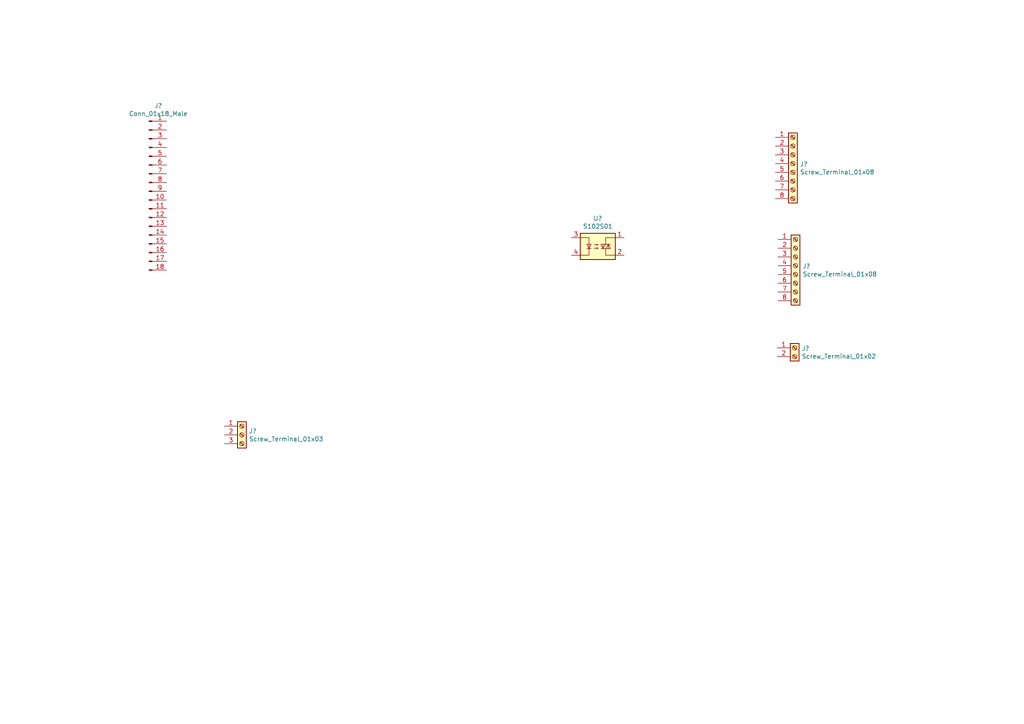
<source format=kicad_sch>
(kicad_sch (version 20210126) (generator eeschema)
  (paper "A4")
  (lib_symbols
    (symbol "Connector:Conn_01x18_Male" (pin_names (offset 1.016) hide)
      (property "Reference" "J" (at 0 22.86 0))
      (property "Value" "Conn_01x18_Male" (at 0 -25.4 0))
      (symbol "Conn_01x18_Male_1_1"
        (rectangle (start 0.8636 -22.733) (end 0 -22.987) (stroke (width 0.1524)) (fill (type outline)))
        (rectangle (start 0.8636 -20.193) (end 0 -20.447) (stroke (width 0.1524)) (fill (type outline)))
        (rectangle (start 0.8636 -17.653) (end 0 -17.907) (stroke (width 0.1524)) (fill (type outline)))
        (rectangle (start 0.8636 -15.113) (end 0 -15.367) (stroke (width 0.1524)) (fill (type outline)))
        (rectangle (start 0.8636 -12.573) (end 0 -12.827) (stroke (width 0.1524)) (fill (type outline)))
        (rectangle (start 0.8636 -10.033) (end 0 -10.287) (stroke (width 0.1524)) (fill (type outline)))
        (rectangle (start 0.8636 -7.493) (end 0 -7.747) (stroke (width 0.1524)) (fill (type outline)))
        (rectangle (start 0.8636 -4.953) (end 0 -5.207) (stroke (width 0.1524)) (fill (type outline)))
        (rectangle (start 0.8636 -2.413) (end 0 -2.667) (stroke (width 0.1524)) (fill (type outline)))
        (rectangle (start 0.8636 0.127) (end 0 -0.127) (stroke (width 0.1524)) (fill (type outline)))
        (rectangle (start 0.8636 2.667) (end 0 2.413) (stroke (width 0.1524)) (fill (type outline)))
        (rectangle (start 0.8636 5.207) (end 0 4.953) (stroke (width 0.1524)) (fill (type outline)))
        (rectangle (start 0.8636 7.747) (end 0 7.493) (stroke (width 0.1524)) (fill (type outline)))
        (rectangle (start 0.8636 10.287) (end 0 10.033) (stroke (width 0.1524)) (fill (type outline)))
        (rectangle (start 0.8636 12.827) (end 0 12.573) (stroke (width 0.1524)) (fill (type outline)))
        (rectangle (start 0.8636 15.367) (end 0 15.113) (stroke (width 0.1524)) (fill (type outline)))
        (rectangle (start 0.8636 17.907) (end 0 17.653) (stroke (width 0.1524)) (fill (type outline)))
        (rectangle (start 0.8636 20.447) (end 0 20.193) (stroke (width 0.1524)) (fill (type outline)))
        (polyline (pts (xy 1.27 -22.86) (xy 0.8636 -22.86)) (stroke (width 0.1524)))
        (polyline (pts (xy 1.27 -20.32) (xy 0.8636 -20.32)) (stroke (width 0.1524)))
        (polyline (pts (xy 1.27 -17.78) (xy 0.8636 -17.78)) (stroke (width 0.1524)))
        (polyline (pts (xy 1.27 -15.24) (xy 0.8636 -15.24)) (stroke (width 0.1524)))
        (polyline (pts (xy 1.27 -12.7) (xy 0.8636 -12.7)) (stroke (width 0.1524)))
        (polyline (pts (xy 1.27 -10.16) (xy 0.8636 -10.16)) (stroke (width 0.1524)))
        (polyline (pts (xy 1.27 -7.62) (xy 0.8636 -7.62)) (stroke (width 0.1524)))
        (polyline (pts (xy 1.27 -5.08) (xy 0.8636 -5.08)) (stroke (width 0.1524)))
        (polyline (pts (xy 1.27 -2.54) (xy 0.8636 -2.54)) (stroke (width 0.1524)))
        (polyline (pts (xy 1.27 0) (xy 0.8636 0)) (stroke (width 0.1524)))
        (polyline (pts (xy 1.27 2.54) (xy 0.8636 2.54)) (stroke (width 0.1524)))
        (polyline (pts (xy 1.27 5.08) (xy 0.8636 5.08)) (stroke (width 0.1524)))
        (polyline (pts (xy 1.27 7.62) (xy 0.8636 7.62)) (stroke (width 0.1524)))
        (polyline (pts (xy 1.27 10.16) (xy 0.8636 10.16)) (stroke (width 0.1524)))
        (polyline (pts (xy 1.27 12.7) (xy 0.8636 12.7)) (stroke (width 0.1524)))
        (polyline (pts (xy 1.27 15.24) (xy 0.8636 15.24)) (stroke (width 0.1524)))
        (polyline (pts (xy 1.27 17.78) (xy 0.8636 17.78)) (stroke (width 0.1524)))
        (polyline (pts (xy 1.27 20.32) (xy 0.8636 20.32)) (stroke (width 0.1524)))
        (pin passive line (at 5.08 20.32 180) (length 3.81) (name "Pin_1") (number "1"))
        (pin passive line (at 5.08 -2.54 180) (length 3.81) (name "Pin_10") (number "10"))
        (pin passive line (at 5.08 -5.08 180) (length 3.81) (name "Pin_11") (number "11"))
        (pin passive line (at 5.08 -7.62 180) (length 3.81) (name "Pin_12") (number "12"))
        (pin passive line (at 5.08 -10.16 180) (length 3.81) (name "Pin_13") (number "13"))
        (pin passive line (at 5.08 -12.7 180) (length 3.81) (name "Pin_14") (number "14"))
        (pin passive line (at 5.08 -15.24 180) (length 3.81) (name "Pin_15") (number "15"))
        (pin passive line (at 5.08 -17.78 180) (length 3.81) (name "Pin_16") (number "16"))
        (pin passive line (at 5.08 -20.32 180) (length 3.81) (name "Pin_17") (number "17"))
        (pin passive line (at 5.08 -22.86 180) (length 3.81) (name "Pin_18") (number "18"))
        (pin passive line (at 5.08 17.78 180) (length 3.81) (name "Pin_2") (number "2"))
        (pin passive line (at 5.08 15.24 180) (length 3.81) (name "Pin_3") (number "3"))
        (pin passive line (at 5.08 12.7 180) (length 3.81) (name "Pin_4") (number "4"))
        (pin passive line (at 5.08 10.16 180) (length 3.81) (name "Pin_5") (number "5"))
        (pin passive line (at 5.08 7.62 180) (length 3.81) (name "Pin_6") (number "6"))
        (pin passive line (at 5.08 5.08 180) (length 3.81) (name "Pin_7") (number "7"))
        (pin passive line (at 5.08 2.54 180) (length 3.81) (name "Pin_8") (number "8"))
        (pin passive line (at 5.08 0 180) (length 3.81) (name "Pin_9") (number "9"))
      )
    )
    (symbol "Connector:Screw_Terminal_01x02" (pin_names (offset 1.016) hide)
      (property "Reference" "J" (at 0 2.54 0))
      (property "Value" "Screw_Terminal_01x02" (at 0 -5.08 0))
      (symbol "Screw_Terminal_01x02_1_1"
        (circle (center 0 -2.54) (radius 0.635) (stroke (width 0.1524)))
        (circle (center 0 0) (radius 0.635) (stroke (width 0.1524)))
        (rectangle (start -1.27 1.27) (end 1.27 -3.81) (stroke (width 0.254)) (fill (type background)))
        (polyline (pts (xy -0.5334 -2.2098) (xy 0.3302 -3.048)) (stroke (width 0.1524)))
        (polyline (pts (xy -0.5334 0.3302) (xy 0.3302 -0.508)) (stroke (width 0.1524)))
        (polyline (pts (xy -0.3556 -2.032) (xy 0.508 -2.8702)) (stroke (width 0.1524)))
        (polyline (pts (xy -0.3556 0.508) (xy 0.508 -0.3302)) (stroke (width 0.1524)))
        (pin passive line (at -5.08 0 0) (length 3.81) (name "Pin_1") (number "1"))
        (pin passive line (at -5.08 -2.54 0) (length 3.81) (name "Pin_2") (number "2"))
      )
    )
    (symbol "Connector:Screw_Terminal_01x03" (pin_names (offset 1.016) hide)
      (property "Reference" "J" (at 0 5.08 0))
      (property "Value" "Screw_Terminal_01x03" (at 0 -5.08 0))
      (symbol "Screw_Terminal_01x03_1_1"
        (circle (center 0 -2.54) (radius 0.635) (stroke (width 0.1524)))
        (circle (center 0 0) (radius 0.635) (stroke (width 0.1524)))
        (circle (center 0 2.54) (radius 0.635) (stroke (width 0.1524)))
        (rectangle (start -1.27 3.81) (end 1.27 -3.81) (stroke (width 0.254)) (fill (type background)))
        (polyline (pts (xy -0.5334 -2.2098) (xy 0.3302 -3.048)) (stroke (width 0.1524)))
        (polyline (pts (xy -0.5334 0.3302) (xy 0.3302 -0.508)) (stroke (width 0.1524)))
        (polyline (pts (xy -0.5334 2.8702) (xy 0.3302 2.032)) (stroke (width 0.1524)))
        (polyline (pts (xy -0.3556 -2.032) (xy 0.508 -2.8702)) (stroke (width 0.1524)))
        (polyline (pts (xy -0.3556 0.508) (xy 0.508 -0.3302)) (stroke (width 0.1524)))
        (polyline (pts (xy -0.3556 3.048) (xy 0.508 2.2098)) (stroke (width 0.1524)))
        (pin passive line (at -5.08 2.54 0) (length 3.81) (name "Pin_1") (number "1"))
        (pin passive line (at -5.08 0 0) (length 3.81) (name "Pin_2") (number "2"))
        (pin passive line (at -5.08 -2.54 0) (length 3.81) (name "Pin_3") (number "3"))
      )
    )
    (symbol "Connector:Screw_Terminal_01x08" (pin_names (offset 1.016) hide)
      (property "Reference" "J" (at 0 10.16 0))
      (property "Value" "Screw_Terminal_01x08" (at 0 -12.7 0))
      (symbol "Screw_Terminal_01x08_1_1"
        (circle (center 0 -10.16) (radius 0.635) (stroke (width 0.1524)))
        (circle (center 0 -7.62) (radius 0.635) (stroke (width 0.1524)))
        (circle (center 0 -5.08) (radius 0.635) (stroke (width 0.1524)))
        (circle (center 0 -2.54) (radius 0.635) (stroke (width 0.1524)))
        (circle (center 0 0) (radius 0.635) (stroke (width 0.1524)))
        (circle (center 0 2.54) (radius 0.635) (stroke (width 0.1524)))
        (circle (center 0 5.08) (radius 0.635) (stroke (width 0.1524)))
        (circle (center 0 7.62) (radius 0.635) (stroke (width 0.1524)))
        (rectangle (start -1.27 8.89) (end 1.27 -11.43) (stroke (width 0.254)) (fill (type background)))
        (polyline (pts (xy -0.5334 -9.8298) (xy 0.3302 -10.668)) (stroke (width 0.1524)))
        (polyline (pts (xy -0.5334 -7.2898) (xy 0.3302 -8.128)) (stroke (width 0.1524)))
        (polyline (pts (xy -0.5334 -4.7498) (xy 0.3302 -5.588)) (stroke (width 0.1524)))
        (polyline (pts (xy -0.5334 -2.2098) (xy 0.3302 -3.048)) (stroke (width 0.1524)))
        (polyline (pts (xy -0.5334 0.3302) (xy 0.3302 -0.508)) (stroke (width 0.1524)))
        (polyline (pts (xy -0.5334 2.8702) (xy 0.3302 2.032)) (stroke (width 0.1524)))
        (polyline (pts (xy -0.5334 5.4102) (xy 0.3302 4.572)) (stroke (width 0.1524)))
        (polyline (pts (xy -0.5334 7.9502) (xy 0.3302 7.112)) (stroke (width 0.1524)))
        (polyline (pts (xy -0.3556 -9.652) (xy 0.508 -10.4902)) (stroke (width 0.1524)))
        (polyline (pts (xy -0.3556 -7.112) (xy 0.508 -7.9502)) (stroke (width 0.1524)))
        (polyline (pts (xy -0.3556 -4.572) (xy 0.508 -5.4102)) (stroke (width 0.1524)))
        (polyline (pts (xy -0.3556 -2.032) (xy 0.508 -2.8702)) (stroke (width 0.1524)))
        (polyline (pts (xy -0.3556 0.508) (xy 0.508 -0.3302)) (stroke (width 0.1524)))
        (polyline (pts (xy -0.3556 3.048) (xy 0.508 2.2098)) (stroke (width 0.1524)))
        (polyline (pts (xy -0.3556 5.588) (xy 0.508 4.7498)) (stroke (width 0.1524)))
        (polyline (pts (xy -0.3556 8.128) (xy 0.508 7.2898)) (stroke (width 0.1524)))
        (pin passive line (at -5.08 7.62 0) (length 3.81) (name "Pin_1") (number "1"))
        (pin passive line (at -5.08 5.08 0) (length 3.81) (name "Pin_2") (number "2"))
        (pin passive line (at -5.08 2.54 0) (length 3.81) (name "Pin_3") (number "3"))
        (pin passive line (at -5.08 0 0) (length 3.81) (name "Pin_4") (number "4"))
        (pin passive line (at -5.08 -2.54 0) (length 3.81) (name "Pin_5") (number "5"))
        (pin passive line (at -5.08 -5.08 0) (length 3.81) (name "Pin_6") (number "6"))
        (pin passive line (at -5.08 -7.62 0) (length 3.81) (name "Pin_7") (number "7"))
        (pin passive line (at -5.08 -10.16 0) (length 3.81) (name "Pin_8") (number "8"))
      )
    )
    (symbol "Relay_SolidState:S102S01"
      (property "Reference" "U" (at -5.08 5.08 0))
      (property "Value" "S102S01" (at 0 5.08 0))
      (symbol "S102S01_0_1"
        (rectangle (start -5.08 3.81) (end 5.08 -3.81) (stroke (width 0.254)) (fill (type background)))
        (polyline (pts (xy -3.175 -0.635) (xy -1.905 -0.635)))
        (polyline (pts (xy 1.524 -0.635) (xy 1.524 0.635)))
        (polyline (pts (xy 3.048 0.635) (xy 3.048 -0.635)))
        (polyline (pts (xy 2.286 -0.635) (xy 2.286 -2.54) (xy 5.08 -2.54)))
        (polyline (pts (xy 2.286 0.635) (xy 2.286 2.54) (xy 5.08 2.54)))
        (polyline (pts (xy -5.08 2.54) (xy -2.54 2.54) (xy -2.54 -2.54) (xy -5.08 -2.54)))
        (polyline (pts (xy -2.54 -0.635) (xy -3.175 0.635) (xy -1.905 0.635) (xy -2.54 -0.635)))
        (polyline (pts (xy 0.889 -0.635) (xy 3.683 -0.635) (xy 3.048 0.635) (xy 2.413 -0.635)))
        (polyline (pts (xy 3.683 0.635) (xy 0.889 0.635) (xy 1.524 -0.635) (xy 2.159 0.635)))
        (polyline (pts (xy -1.143 -0.508) (xy 0.127 -0.508) (xy -0.254 -0.635) (xy -0.254 -0.381) (xy 0.127 -0.508)))
        (polyline (pts (xy -1.143 0.508) (xy 0.127 0.508) (xy -0.254 0.381) (xy -0.254 0.635) (xy 0.127 0.508)))
      )
      (symbol "S102S01_1_1"
        (pin passive line (at 7.62 2.54 180) (length 2.54) (name "~") (number "1"))
        (pin passive line (at 7.62 -2.54 180) (length 2.54) (name "~") (number "2"))
        (pin passive line (at -7.62 2.54 0) (length 2.54) (name "~") (number "3"))
        (pin passive line (at -7.62 -2.54 0) (length 2.54) (name "~") (number "4"))
      )
    )
  )
  (symbol (lib_id "Connector:Screw_Terminal_01x02") (at 230.4796 100.8888 0) (unit 1)
    (property "Reference" "J?" (at 232.5117 101.0602 0) (effects (justify left)))
    (property "Value" "Screw_Terminal_01x02" (at 232.5117 103.3589 0) (effects (justify left)))
  )
  (symbol (lib_id "Connector:Screw_Terminal_01x03") (at 70.1548 126.1364 0) (unit 1)
    (property "Reference" "J?" (at 72.1869 125.0378 0) (effects (justify left)))
    (property "Value" "Screw_Terminal_01x03" (at 72.1869 127.3365 0) (effects (justify left)))
  )
  (symbol (lib_id "Relay_SolidState:S102S01") (at 173.3804 71.4756 0) (unit 1)
    (property "Reference" "U?" (at 173.3804 63.3538 0))
    (property "Value" "S102S01" (at 173.3804 65.6525 0))
    (property "Footprint" "Package_SIP:SIP4_Sharp-SSR_P7.62mm_Straight" (effects hide))
    (property "Datasheet" "http://www.sharp-world.com/products/device/lineup/data/pdf/datasheet/s102s01_e.pdf" (effects hide))
  )
  (symbol (lib_id "Connector:Screw_Terminal_01x08") (at 229.9716 47.4472 0) (unit 1)
    (property "Reference" "J?" (at 232.0037 47.6186 0) (effects (justify left)))
    (property "Value" "Screw_Terminal_01x08" (at 232.0037 49.9173 0) (effects (justify left)))
  )
  (symbol (lib_id "Connector:Screw_Terminal_01x08") (at 230.7336 77.0636 0) (unit 1)
    (property "Reference" "J?" (at 232.7657 77.235 0) (effects (justify left)))
    (property "Value" "Screw_Terminal_01x08" (at 232.7657 79.5337 0) (effects (justify left)))
  )
  (symbol (lib_id "Connector:Conn_01x18_Male") (at 43.2308 55.4736 0) (unit 1)
    (property "Reference" "J?" (at 45.9232 30.6894 0))
    (property "Value" "Conn_01x18_Male" (at 45.9232 32.9881 0))
  )
)
</source>
